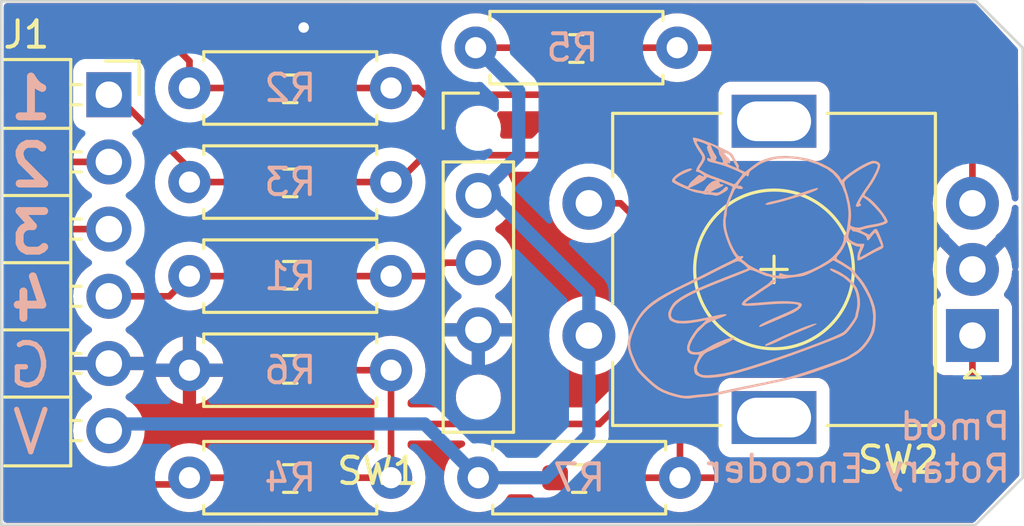
<source format=kicad_pcb>
(kicad_pcb (version 20221018) (generator pcbnew)
  (layers (0 "F.Cu" signal) (31 "B.Cu" signal) (34 "B.Paste" user) (35 "F.Paste" user) (36 "B.SilkS" user "B.Silkscreen") (37 "F.SilkS" user "F.Silkscreen") (38 "B.Mask" user) (39 "F.Mask" user) (44 "Edge.Cuts" user))
  (net 0 "")
  (net 1 "Net-(J1-Pin_1)")
  (net 2 "Net-(J1-Pin_2)")
  (net 3 "Net-(J1-Pin_3)")
  (net 4 "Net-(J1-Pin_4)")
  (net 5 "GND")
  (net 6 "VCC")
  (net 7 "Net-(SW1-B)")
  (net 8 "Net-(R2-Pad2)")
  (net 9 "Net-(R3-Pad2)")
  (net 10 "Net-(R4-Pad2)")
  (footprint "Library:Resistor_SMD_THT" (layer "F.Cu") (at 113.284 93.726 180)
    (fp_text reference "R1" (at 3.81 0) (layer "B.SilkS") (effects (justify mirror)))
    (fp_text value "4.7k")
    (pad "1" thru_hole circle (at 0 0 180) (size 1.6 1.6) (drill 0.8) (layers "*.Cu" "*.Mask") (net 7 "Net-(SW1-B)"))
    (pad "1" smd roundrect (at 2.8975 0 180) (size 0.975 0.95) (layers "F.Cu" "F.Paste" "F.Mask") (net 7 "Net-(SW1-B)"))
    (pad "2" smd roundrect (at 4.7225 0 180) (size 0.975 0.95) (layers "F.Cu" "F.Paste" "F.Mask") (net 4 "Net-(J1-Pin_4)"))
    (pad "2" thru_hole oval (at 7.62 0 180) (size 1.6 1.6) (drill 0.8) (layers "*.Cu" "*.Mask") (net 4 "Net-(J1-Pin_4)"))
  )
  (footprint "Library:Resistor_SMD_THT" (layer "F.Cu") (at 116.586 101.346)
    (fp_text reference "R7" (at 3.81 0) (layer "B.SilkS") (effects (justify mirror)))
    (fp_text value "4.7k")
    (pad "1" thru_hole circle (at 0 0) (size 1.6 1.6) (drill 0.8) (layers "*.Cu" "*.Mask") (net 6 "VCC"))
    (pad "1" smd roundrect (at 2.8975 0) (size 0.975 0.95) (layers "F.Cu" "F.Paste" "F.Mask") (net 6 "VCC"))
    (pad "2" smd roundrect (at 4.7225 0) (size 0.975 0.95) (layers "F.Cu" "F.Paste" "F.Mask") (net 9 "Net-(R3-Pad2)"))
    (pad "2" thru_hole oval (at 7.62 0) (size 1.6 1.6) (drill 0.8) (layers "*.Cu" "*.Mask") (net 9 "Net-(R3-Pad2)"))
  )
  (footprint "Library:Resistor_SMD_THT" (layer "F.Cu") (at 105.664 101.346)
    (fp_text reference "R4" (at 3.81 0) (layer "B.SilkS") (effects (justify mirror)))
    (fp_text value "4.7k")
    (pad "1" thru_hole circle (at 0 0) (size 1.6 1.6) (drill 0.8) (layers "*.Cu" "*.Mask") (net 3 "Net-(J1-Pin_3)"))
    (pad "1" smd roundrect (at 2.8975 0) (size 0.975 0.95) (layers "F.Cu" "F.Paste" "F.Mask") (net 3 "Net-(J1-Pin_3)"))
    (pad "2" smd roundrect (at 4.7225 0) (size 0.975 0.95) (layers "F.Cu" "F.Paste" "F.Mask") (net 10 "Net-(R4-Pad2)"))
    (pad "2" thru_hole oval (at 7.62 0) (size 1.6 1.6) (drill 0.8) (layers "*.Cu" "*.Mask") (net 10 "Net-(R4-Pad2)"))
  )
  (footprint "Library:Resistor_SMD_THT" (layer "F.Cu") (at 113.284 97.282 180)
    (fp_text reference "R6" (at 3.81 0) (layer "B.SilkS") (effects (justify mirror)))
    (fp_text value "4.7k")
    (pad "1" thru_hole circle (at 0 0 180) (size 1.6 1.6) (drill 0.8) (layers "*.Cu" "*.Mask") (net 10 "Net-(R4-Pad2)"))
    (pad "1" smd roundrect (at 2.8975 0 180) (size 0.975 0.95) (layers "F.Cu" "F.Paste" "F.Mask") (net 10 "Net-(R4-Pad2)"))
    (pad "2" smd roundrect (at 4.7225 0 180) (size 0.975 0.95) (layers "F.Cu" "F.Paste" "F.Mask") (net 5 "GND"))
    (pad "2" thru_hole oval (at 7.62 0 180) (size 1.6 1.6) (drill 0.8) (layers "*.Cu" "*.Mask") (net 5 "GND"))
  )
  (footprint "Library:Resistor_SMD_THT" (layer "F.Cu") (at 105.664 90.17)
    (fp_text reference "R3" (at 3.81 0) (layer "B.SilkS") (effects (justify mirror)))
    (fp_text value "4.7k")
    (pad "1" thru_hole circle (at 0 0) (size 1.6 1.6) (drill 0.8) (layers "*.Cu" "*.Mask") (net 1 "Net-(J1-Pin_1)"))
    (pad "1" smd roundrect (at 2.8975 0) (size 0.975 0.95) (layers "F.Cu" "F.Paste" "F.Mask") (net 1 "Net-(J1-Pin_1)"))
    (pad "2" smd roundrect (at 4.7225 0) (size 0.975 0.95) (layers "F.Cu" "F.Paste" "F.Mask") (net 9 "Net-(R3-Pad2)"))
    (pad "2" thru_hole oval (at 7.62 0) (size 1.6 1.6) (drill 0.8) (layers "*.Cu" "*.Mask") (net 9 "Net-(R3-Pad2)"))
  )
  (footprint "Library:Resistor_SMD_THT" (layer "F.Cu") (at 116.4825 85.09)
    (fp_text reference "R5" (at 3.6595 0) (layer "B.SilkS") (effects (justify mirror)))
    (fp_text value "4.7k")
    (pad "1" thru_hole circle (at 0 0) (size 1.6 1.6) (drill 0.8) (layers "*.Cu" "*.Mask") (net 6 "VCC"))
    (pad "1" smd roundrect (at 2.8975 0) (size 0.975 0.95) (layers "F.Cu" "F.Paste" "F.Mask") (net 6 "VCC"))
    (pad "2" smd roundrect (at 4.7225 0) (size 0.975 0.95) (layers "F.Cu" "F.Paste" "F.Mask") (net 8 "Net-(R2-Pad2)"))
    (pad "2" thru_hole oval (at 7.62 0) (size 1.6 1.6) (drill 0.8) (layers "*.Cu" "*.Mask") (net 8 "Net-(R2-Pad2)"))
  )
  (footprint "Connector_PinHeader_2.54mm:PinHeader_1x05_P2.54mm_Vertical" (layer "F.Cu") (at 116.586 88.138)
    (fp_text reference "SW1" (at -3.81 12.954) (layer "F.SilkS"))
    (fp_text value "SW_SPDT")
    (pad "" np_thru_hole circle (at 0 0) (size 1.2 1.2) (drill 1.2) (layers "F&B.Cu" "*.Mask"))
    (pad "" np_thru_hole circle (at 0 10.16) (size 1.2 1.2) (drill 1.2) (layers "F&B.Cu" "*.Mask"))
    (pad "1" thru_hole oval (at 0 2.54) (size 1.7 1.7) (drill 1) (layers "*.Cu" "*.Mask") (net 6 "VCC"))
    (pad "2" thru_hole oval (at 0 5.08) (size 1.7 1.7) (drill 1) (layers "*.Cu" "*.Mask") (net 7 "Net-(SW1-B)"))
    (pad "3" thru_hole oval (at 0 7.62) (size 1.7 1.7) (drill 1) (layers "*.Cu" "*.Mask") (net 5 "GND"))
  )
  (footprint "Library:Pmod6" (layer "F.Cu") (at 102.616 86.868)
    (fp_text reference "J1" (at -3.115 -2.27) (layer "F.SilkS"))
    (fp_text value "~" hide)
    (pad "1" thru_hole rect (at 0 0) (size 1.7 1.7) (drill 1) (layers "*.Cu" "*.Mask") (net 1 "Net-(J1-Pin_1)"))
    (pad "2" thru_hole oval (at 0 2.54) (size 1.7 1.7) (drill 1) (layers "*.Cu" "*.Mask") (net 2 "Net-(J1-Pin_2)"))
    (pad "3" thru_hole oval (at 0 5.08) (size 1.7 1.7) (drill 1) (layers "*.Cu" "*.Mask") (net 3 "Net-(J1-Pin_3)"))
    (pad "4" thru_hole oval (at 0 7.62) (size 1.7 1.7) (drill 1) (layers "*.Cu" "*.Mask") (net 4 "Net-(J1-Pin_4)"))
    (pad "5" thru_hole oval (at 0 10.16) (size 1.7 1.7) (drill 1) (layers "*.Cu" "*.Mask") (net 5 "GND"))
    (pad "6" thru_hole oval (at 0 12.7) (size 1.7 1.7) (drill 1) (layers "*.Cu" "*.Mask") (net 6 "VCC"))
  )
  (footprint "Library:Resistor_SMD_THT" (layer "F.Cu") (at 105.664 86.614)
    (fp_text reference "R2" (at 3.81 0) (layer "B.SilkS") (effects (justify mirror)))
    (fp_text value "4.7k")
    (pad "1" thru_hole circle (at 0 0) (size 1.6 1.6) (drill 0.8) (layers "*.Cu" "*.Mask") (net 2 "Net-(J1-Pin_2)"))
    (pad "1" smd roundrect (at 2.8975 0) (size 0.975 0.95) (layers "F.Cu" "F.Paste" "F.Mask") (net 2 "Net-(J1-Pin_2)"))
    (pad "2" smd roundrect (at 4.7225 0) (size 0.975 0.95) (layers "F.Cu" "F.Paste" "F.Mask") (net 8 "Net-(R2-Pad2)"))
    (pad "2" thru_hole oval (at 7.62 0) (size 1.6 1.6) (drill 0.8) (layers "*.Cu" "*.Mask") (net 8 "Net-(R2-Pad2)"))
  )
  (footprint "Rotary_Encoder:RotaryEncoder_Alps_EC11E-Switch_Vertical_H20mm" (layer "F.Cu") (at 135.262 95.972 180)
    (fp_text reference "SW2" (at 2.8 -4.7) (layer "F.SilkS"))
    (fp_text value "RotaryEncoder_Switch" hide)
    (pad "A" thru_hole rect (at 0 0 180) (size 2 2) (drill 1) (layers "*.Cu" "*.Mask") (net 9 "Net-(R3-Pad2)"))
    (pad "B" thru_hole circle (at 0 5 180) (size 2 2) (drill 1) (layers "*.Cu" "*.Mask") (net 8 "Net-(R2-Pad2)"))
    (pad "C" thru_hole circle (at 0 2.5 180) (size 2 2) (drill 1) (layers "*.Cu" "*.Mask") (net 5 "GND"))
    (pad "MP" thru_hole rect (at 7.5 -3.1 180) (size 3.2 2) (drill oval 2.8 1.5) (layers "*.Cu" "*.Mask"))
    (pad "MP" thru_hole rect (at 7.5 8.1 180) (size 3.2 2) (drill oval 2.8 1.5) (layers "*.Cu" "*.Mask"))
    (pad "S1" thru_hole circle (at 14.5 5 180) (size 2 2) (drill 1) (layers "*.Cu" "*.Mask") (net 10 "Net-(R4-Pad2)"))
    (pad "S2" thru_hole circle (at 14.5 0 180) (size 2 2) (drill 1) (layers "*.Cu" "*.Mask") (net 6 "VCC"))
  )
  (footprint "Library:yagamo_12mm" (layer "B.Cu") (at 127.254 93.472 -160)
    (fp_text reference "G***" hide)
    (fp_text value "LOGO" hide)
  )
  (gr_line (start 135.410291 83.3374) (end 137.162891 85.09) (stroke (width 0.1)) (layer "Edge.Cuts"))
  (gr_line (start 98.552 83.3374) (end 135.410291 83.3374) (stroke (width 0.1)) (layer "Edge.Cuts"))
  (gr_line (start 137.162891 101.344836) (end 135.373495 103.132504) (stroke (width 0.1)) (layer "Edge.Cuts"))
  (gr_line (start 98.552 103.124) (end 98.552 83.3374) (stroke (width 0.1)) (layer "Edge.Cuts"))
  (gr_line (start 137.162891 85.09) (end 137.162891 101.344836) (stroke (width 0.1)) (layer "Edge.Cuts"))
  (gr_line (start 135.373495 103.132504) (end 98.552 103.124) (stroke (width 0.1)) (layer "Edge.Cuts"))
  (gr_text "3" (at 100.584 92.964) (layer "B.SilkS") (effects (font (size 1.5 1.5) (thickness 0.3) bold) (justify left bottom mirror)))
  (gr_text "2" (at 100.584 90.424) (layer "B.SilkS") (effects (font (size 1.5 1.5) (thickness 0.3) bold) (justify left bottom mirror)))
  (gr_text "Pmod\nRotary Encoder" (at 136.779 101.6) (layer "B.SilkS") (effects (font (size 1 1)) (justify left bottom mirror)))
  (gr_text "G" (at 100.584 98.044) (layer "B.SilkS") (effects (font (size 1.6 1.6) (thickness 0.2)) (justify left bottom mirror)))
  (gr_text "V" (at 100.482056 100.569348) (layer "B.SilkS") (effects (font (size 1.6 1.6) (thickness 0.2)) (justify left bottom mirror)))
  (gr_text "1" (at 100.584 87.884) (layer "B.SilkS") (effects (font (size 1.5 1.5) (thickness 0.3) bold) (justify left bottom mirror)))
  (gr_text "4" (at 100.584 95.504) (layer "B.SilkS") (effects (font (size 1.5 1.5) (thickness 0.3) bold) (justify left bottom mirror)))
  (segment (start 105.664 89.662) (end 105.664 90.17) (width 0.25) (layer "F.Cu") (net 1))
  (segment (start 102.87 86.868) (end 105.664 89.662) (width 0.25) (layer "F.Cu") (net 1))
  (segment (start 102.624 86.868) (end 102.87 86.868) (width 0.25) (layer "F.Cu") (net 1))
  (segment (start 105.664 90.17) (end 108.3075 90.17) (width 0.25) (layer "F.Cu") (net 1))
  (segment (start 108.3075 90.17) (end 108.5615 90.424) (width 0.25) (layer "F.Cu") (net 1))
  (segment (start 105.664 85.598) (end 105.664 86.614) (width 0.25) (layer "F.Cu") (net 2))
  (segment (start 100.076 88.392) (end 100.076 85.344) (width 0.25) (layer "F.Cu") (net 2))
  (segment (start 108.3075 86.614) (end 108.5615 86.868) (width 0.25) (layer "F.Cu") (net 2))
  (segment (start 100.076 85.344) (end 100.838 84.582) (width 0.25) (layer "F.Cu") (net 2))
  (segment (start 100.838 84.582) (end 104.648 84.582) (width 0.25) (layer "F.Cu") (net 2))
  (segment (start 104.648 84.582) (end 105.664 85.598) (width 0.25) (layer "F.Cu") (net 2))
  (segment (start 101.092 89.408) (end 100.076 88.392) (width 0.25) (layer "F.Cu") (net 2))
  (segment (start 105.664 86.614) (end 108.3075 86.614) (width 0.25) (layer "F.Cu") (net 2))
  (segment (start 102.624 89.408) (end 101.092 89.408) (width 0.25) (layer "F.Cu") (net 2))
  (segment (start 99.822 100.584) (end 100.838 101.6) (width 0.25) (layer "F.Cu") (net 3))
  (segment (start 102.624 91.948) (end 100.838 91.948) (width 0.25) (layer "F.Cu") (net 3))
  (segment (start 105.156 101.6) (end 105.41 101.346) (width 0.25) (layer "F.Cu") (net 3))
  (segment (start 100.838 101.6) (end 105.156 101.6) (width 0.25) (layer "F.Cu") (net 3))
  (segment (start 99.822 92.964) (end 99.822 100.584) (width 0.25) (layer "F.Cu") (net 3))
  (segment (start 105.41 101.346) (end 108.5615 101.346) (width 0.25) (layer "F.Cu") (net 3))
  (segment (start 100.838 91.948) (end 99.822 92.964) (width 0.25) (layer "F.Cu") (net 3))
  (segment (start 105.664 93.726) (end 108.3075 93.726) (width 0.25) (layer "F.Cu") (net 4))
  (segment (start 108.3075 93.726) (end 108.5615 93.98) (width 0.25) (layer "F.Cu") (net 4))
  (segment (start 104.902 94.488) (end 105.664 93.726) (width 0.25) (layer "F.Cu") (net 4))
  (segment (start 102.624 94.488) (end 104.902 94.488) (width 0.25) (layer "F.Cu") (net 4))
  (segment (start 108.3075 97.282) (end 108.5615 97.536) (width 0.25) (layer "F.Cu") (net 5))
  (segment (start 105.664 97.536) (end 105.918 97.282) (width 0.25) (layer "F.Cu") (net 5))
  (segment (start 105.918 97.282) (end 108.3075 97.282) (width 0.25) (layer "F.Cu") (net 5))
  (via (at 109.982 84.328) (size 0.8) (drill 0.4) (layers "F.Cu" "B.Cu") (net 5))
  (segment (start 116.4825 85.09) (end 119.38 85.09) (width 0.25) (layer "F.Cu") (net 6))
  (segment (start 116.586 101.346) (end 119.4835 101.346) (width 0.25) (layer "F.Cu") (net 6))
  (segment (start 118.11 86.7175) (end 116.4825 85.09) (width 0.5) (layer "B.Cu") (net 6))
  (segment (start 102.624 99.568) (end 102.878 99.314) (width 0.5) (layer "B.Cu") (net 6))
  (segment (start 116.586 90.678) (end 118.11 89.154) (width 0.5) (layer "B.Cu") (net 6))
  (segment (start 119.126 101.346) (end 120.762 99.71) (width 0.5) (layer "B.Cu") (net 6))
  (segment (start 117.094 90.678) (end 116.586 90.678) (width 0.5) (layer "B.Cu") (net 6))
  (segment (start 118.11 89.154) (end 118.11 86.7175) (width 0.5) (layer "B.Cu") (net 6))
  (segment (start 102.878 99.314) (end 114.554 99.314) (width 0.5) (layer "B.Cu") (net 6))
  (segment (start 120.762 95.972) (end 120.762 94.346) (width 0.5) (layer "B.Cu") (net 6))
  (segment (start 120.762 94.346) (end 117.094 90.678) (width 0.5) (layer "B.Cu") (net 6))
  (segment (start 116.586 101.346) (end 119.126 101.346) (width 0.5) (layer "B.Cu") (net 6))
  (segment (start 114.554 99.314) (end 116.586 101.346) (width 0.5) (layer "B.Cu") (net 6))
  (segment (start 120.762 99.71) (end 120.762 95.972) (width 0.5) (layer "B.Cu") (net 6))
  (segment (start 110.6405 93.726) (end 114.808 93.726) (width 0.25) (layer "F.Cu") (net 7))
  (segment (start 115.316 93.218) (end 116.586 93.218) (width 0.25) (layer "F.Cu") (net 7))
  (segment (start 114.808 93.726) (end 115.316 93.218) (width 0.25) (layer "F.Cu") (net 7))
  (segment (start 110.3865 93.98) (end 110.6405 93.726) (width 0.25) (layer "F.Cu") (net 7))
  (segment (start 114.3 86.614) (end 114.554 86.868) (width 0.25) (layer "F.Cu") (net 8))
  (segment (start 121.158 85.137) (end 121.205 85.09) (width 0.25) (layer "F.Cu") (net 8))
  (segment (start 135.262 88.018) (end 135.262 90.972) (width 0.25) (layer "F.Cu") (net 8))
  (segment (start 121.158 86.614) (end 121.158 85.137) (width 0.25) (layer "F.Cu") (net 8))
  (segment (start 124.1025 85.09) (end 132.334 85.09) (width 0.25) (layer "F.Cu") (net 8))
  (segment (start 110.6405 86.614) (end 114.3 86.614) (width 0.25) (layer "F.Cu") (net 8))
  (segment (start 114.554 86.868) (end 120.904 86.868) (width 0.25) (layer "F.Cu") (net 8))
  (segment (start 121.205 85.09) (end 124.1025 85.09) (width 0.25) (layer "F.Cu") (net 8))
  (segment (start 120.904 86.868) (end 121.158 86.614) (width 0.25) (layer "F.Cu") (net 8))
  (segment (start 132.334 85.09) (end 135.262 88.018) (width 0.25) (layer "F.Cu") (net 8))
  (segment (start 110.3865 86.868) (end 110.6405 86.614) (width 0.25) (layer "F.Cu") (net 8))
  (segment (start 114.554 89.154) (end 118.872 89.154) (width 0.25) (layer "F.Cu") (net 9))
  (segment (start 118.872 89.154) (end 119.38 88.646) (width 0.25) (layer "F.Cu") (net 9))
  (segment (start 110.3865 90.424) (end 110.6405 90.17) (width 0.25) (layer "F.Cu") (net 9))
  (segment (start 113.538 90.17) (end 114.554 89.154) (width 0.25) (layer "F.Cu") (net 9))
  (segment (start 123.19 88.646) (end 124.206 89.662) (width 0.25) (layer "F.Cu") (net 9))
  (segment (start 119.38 88.646) (end 123.19 88.646) (width 0.25) (layer "F.Cu") (net 9))
  (segment (start 133.096 101.346) (end 135.262 99.18) (width 0.25) (layer "F.Cu") (net 9))
  (segment (start 124.206 89.662) (end 124.206 101.346) (width 0.25) (layer "F.Cu") (net 9))
  (segment (start 124.206 101.346) (end 133.096 101.346) (width 0.25) (layer "F.Cu") (net 9))
  (segment (start 110.6405 90.17) (end 113.538 90.17) (width 0.25) (layer "F.Cu") (net 9))
  (segment (start 121.3085 101.346) (end 124.206 101.346) (width 0.25) (layer "F.Cu") (net 9))
  (segment (start 135.262 99.18) (end 135.262 95.972) (width 0.25) (layer "F.Cu") (net 9))
  (segment (start 122.936 97.536) (end 122.936 91.948) (width 0.25) (layer "F.Cu") (net 10))
  (segment (start 113.284 97.282) (end 113.284 99.314) (width 0.25) (layer "F.Cu") (net 10))
  (segment (start 121.96 90.972) (end 120.762 90.972) (width 0.25) (layer "F.Cu") (net 10))
  (segment (start 113.284 99.314) (end 121.158 99.314) (width 0.25) (layer "F.Cu") (net 10))
  (segment (start 110.6405 101.346) (end 113.284 101.346) (width 0.25) (layer "F.Cu") (net 10))
  (segment (start 110.3865 97.536) (end 110.6405 97.282) (width 0.25) (layer "F.Cu") (net 10))
  (segment (start 113.284 101.346) (end 113.284 99.314) (width 0.25) (layer "F.Cu") (net 10))
  (segment (start 122.936 91.948) (end 121.96 90.972) (width 0.25) (layer "F.Cu") (net 10))
  (segment (start 110.6405 97.282) (end 113.284 97.282) (width 0.25) (layer "F.Cu") (net 10))
  (segment (start 121.158 99.314) (end 122.936 97.536) (width 0.25) (layer "F.Cu") (net 10))
  (zone (net 5) (net_name "GND") (layer "F.Cu") (connect_pads (clearance 0.5)) (min_thickness 0.25) (fill yes (thermal_gap 0.5) (thermal_bridge_width 0.5))
    (polygon (pts (xy 98.646428 83.406428) (xy 135.382 83.4136) (xy 136.9822 85.1408) (xy 137.033 101.267147) (xy 135.308994 103.050994) (xy 98.625676 103.050324)))
  )
  (zone (net 5) (net_name "GND") (layer "B.Cu") (connect_pads (clearance 0.5)) (min_thickness 0.25) (fill yes (thermal_gap 0.5) (thermal_bridge_width 0.5))
    (polygon (pts (xy 98.646428 83.406428) (xy 135.382 83.4136) (xy 136.9822 85.1408) (xy 137.033 101.267147) (xy 135.308994 103.050994) (xy 98.625676 103.050324)))
  )
)
</source>
